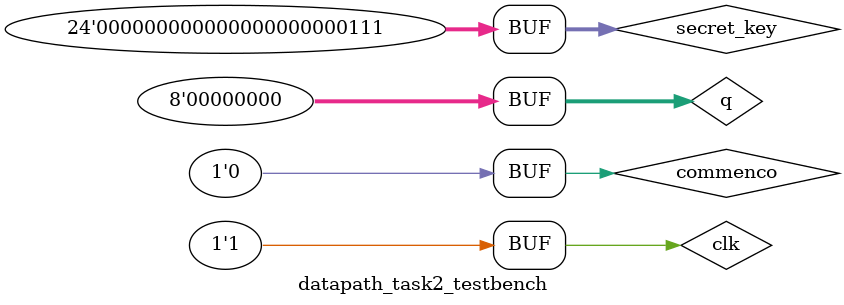
<source format=v>
module datapath_task2_testbench; 
reg clk, commenco;
reg [7:0] q; 
reg [23:0] secret_key; 
wire       wen,finito;
wire [7:0] address, data;

datapath_task2 inst_task2a(.address(address),.q(q),.data(data),.wen(wen),.commenco(finito),.clk(clk),.finito(finito),.secret_key(secret_key));
initial begin 
clk = 1;  commenco = 0; q = 0 ; secret_key = 3'h3FF; #100; 
clk = 0;  commenco = 0; q = 0 ; secret_key = 3'h3FF; #100; 
clk = 1;  commenco = 0; q = 0 ; secret_key = 3'h3FF; #100; 
clk = 0;  commenco = 0; q = 0 ; secret_key = 3'h3FF; #100; 
clk = 1;  commenco = 1; q = 0 ; secret_key = 3'h3FF; #100; 
clk = 0;  commenco = 0; q = 0 ; secret_key = 3'h3FF; #100; 
clk = 1;  commenco = 0; q = 0 ; secret_key = 3'h3FF; #100; 
clk = 0;  commenco = 0; q = 0 ; secret_key = 3'h3FF; #100; 
clk = 1;  commenco = 0; q = 0 ; secret_key = 3'h3FF; #100; 
clk = 0;  commenco = 0; q = 0 ; secret_key = 3'h3FF; #100; 
clk = 1;  commenco = 0; q = 0 ; secret_key = 3'h3FF; #100; 
clk = 0;  commenco = 0; q = 0 ; secret_key = 3'h3FF; #100; 
clk = 1;  commenco = 0; q = 0 ; secret_key = 3'h3FF; #100; 
clk = 0;  commenco = 0; q = 0 ; secret_key = 3'h3FF; #100; 
clk = 1;  commenco = 0; q = 0 ; secret_key = 3'h3FF; #100; 
clk = 0;  commenco = 0; q = 0 ; secret_key = 3'h3FF; #100; 
clk = 1;  commenco = 0; q = 0 ; secret_key = 3'h3FF; #100; 
clk = 0;  commenco = 0; q = 0 ; secret_key = 3'h3FF; #100; 
clk = 1;  commenco = 0; q = 0 ; secret_key = 3'h3FF; #100; 
clk = 0;  commenco = 0; q = 0 ; secret_key = 3'h3FF; #100; 
clk = 1;  commenco = 0; q = 0 ; secret_key = 3'h3FF; #100; 
clk = 0;  commenco = 0; q = 0 ; secret_key = 3'h3FF; #100; 
clk = 1;  commenco = 0; q = 0 ; secret_key = 3'h3FF; #100; 
clk = 0;  commenco = 0; q = 0 ; secret_key = 3'h3FF; #100; 
clk = 1;  commenco = 0; q = 0 ; secret_key = 3'h3FF; #100; 
clk = 0;  commenco = 0; q = 0 ; secret_key = 3'h3FF; #100; 
clk = 1;  commenco = 0; q = 0 ; secret_key = 3'h3FF; #100; 
clk = 0;  commenco = 0; q = 0 ; secret_key = 3'h3FF; #100; 
clk = 1;  commenco = 0; q = 0 ; secret_key = 3'h3FF; #100; 
clk = 0;  commenco = 0; q = 0 ; secret_key = 3'h3FF; #100; 
clk = 1;  commenco = 0; q = 0 ; secret_key = 3'h3FF; #100; 
clk = 0;  commenco = 0; q = 0 ; secret_key = 3'h3FF; #100; 
clk = 1;  commenco = 0; q = 0 ; secret_key = 3'h3FF; #100; 
clk = 0;  commenco = 0; q = 0 ; secret_key = 3'h3FF; #100; 
clk = 1;  commenco = 0; q = 0 ; secret_key = 3'h3FF; #100; 
clk = 0;  commenco = 0; q = 0 ; secret_key = 3'h3FF; #100; 
clk = 1;  commenco = 0; q = 0 ; secret_key = 3'h3FF; #100; 
clk = 0;  commenco = 0; q = 0 ; secret_key = 3'h3FF; #100; 
clk = 1;  commenco = 0; q = 0 ; secret_key = 3'h3FF; #100; 
clk = 0;  commenco = 0; q = 0 ; secret_key = 3'h3FF; #100; 
clk = 1;  commenco = 0; q = 0 ; secret_key = 3'h3FF; #100; 
clk = 0;  commenco = 0; q = 0 ; secret_key = 3'h3FF; #100; 
clk = 1;  commenco = 0; q = 0 ; secret_key = 3'h3FF; #100; 
clk = 0;  commenco = 0; q = 0 ; secret_key = 3'h3FF; #100; 
clk = 1;  commenco = 0; q = 0 ; secret_key = 3'h3FF; #100; 
clk = 0;  commenco = 0; q = 0 ; secret_key = 3'h3FF; #100; 
clk = 1;  commenco = 0; q = 0 ; secret_key = 3'h3FF; #100; 
clk = 0;  commenco = 0; q = 0 ; secret_key = 3'h3FF; #100; 
clk = 1;  commenco = 0; q = 0 ; secret_key = 3'h3FF; #100; 
clk = 0;  commenco = 0; q = 0 ; secret_key = 3'h3FF; #100; 
clk = 1;  commenco = 0; q = 0 ; secret_key = 3'h3FF; #100; 
clk = 0;  commenco = 0; q = 0 ; secret_key = 3'h3FF; #100; 
clk = 1;  commenco = 0; q = 0 ; secret_key = 3'h3FF; #100; 

end 
endmodule
</source>
